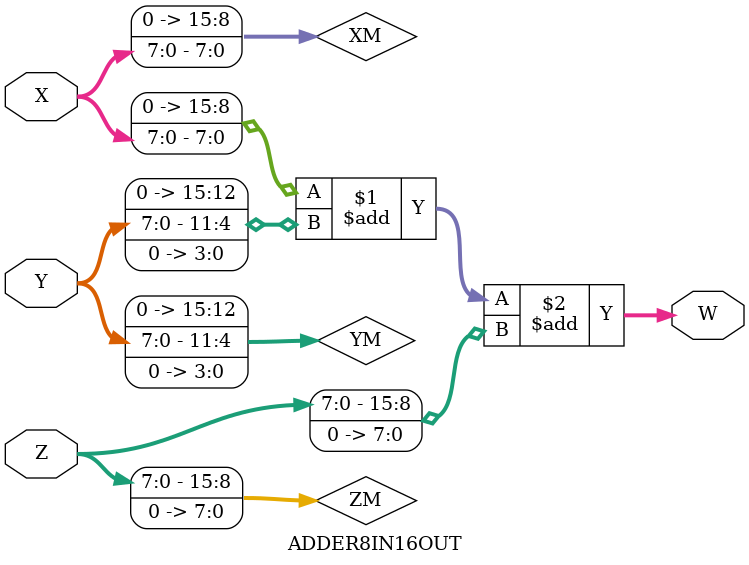
<source format=v>
`timescale 1ns / 1ps


  // MODULE FOR ADDER INPUT BIT LENGTH IS 8 & OUTPUT BIT LENGTH IS 16

module ADDER8IN16OUT(input [7:0]X, input [7:0]Y, input [7:0]Z, output[15:0]W);
  wire [15:0]XM = { 8'b0,X };
  wire [15:0]YM = { 4'b0,Y,4'b0};
  wire [15:0]ZM = { Z,8'b0};
  assign W = XM + YM + ZM;
endmodule

</source>
